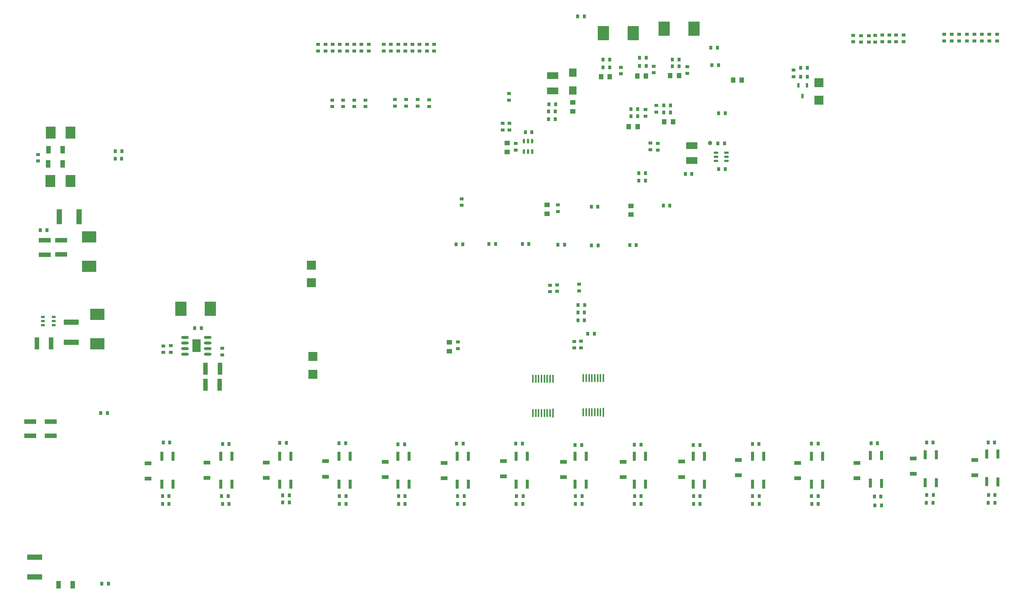
<source format=gbp>
G04*
G04 #@! TF.GenerationSoftware,Altium Limited,Altium Designer,23.10.1 (27)*
G04*
G04 Layer_Color=128*
%FSLAX25Y25*%
%MOIN*%
G70*
G04*
G04 #@! TF.SameCoordinates,1ECFB1C0-1579-4D3B-9075-10E0A19D06C0*
G04*
G04*
G04 #@! TF.FilePolarity,Positive*
G04*
G01*
G75*
%ADD22R,0.03347X0.02756*%
%ADD24R,0.05906X0.03543*%
%ADD26C,0.03937*%
%ADD28R,0.06693X0.07284*%
%ADD29R,0.05118X0.03937*%
%ADD30R,0.03937X0.05118*%
%ADD31R,0.02756X0.03347*%
%ADD34R,0.03937X0.07087*%
%ADD39R,0.09843X0.12992*%
%ADD45R,0.07480X0.11811*%
%ADD46O,0.06890X0.02362*%
%ADD52R,0.03000X0.08000*%
%ADD63R,0.02362X0.03937*%
%ADD152R,0.08661X0.11024*%
%ADD153R,0.03937X0.10630*%
%ADD154R,0.10630X0.03937*%
%ADD155R,0.12992X0.09843*%
%ADD156R,0.13780X0.05118*%
%ADD157R,0.03740X0.02362*%
%ADD158R,0.05118X0.13780*%
%ADD159O,0.04331X0.01968*%
%ADD160R,0.04331X0.01968*%
%ADD161O,0.01260X0.07874*%
%ADD162R,0.01260X0.07874*%
%ADD163R,0.07874X0.07874*%
%ADD164R,0.10000X0.06000*%
%ADD165O,0.01968X0.04331*%
%ADD166R,0.01968X0.04331*%
D22*
X788568Y515100D02*
D03*
Y521005D02*
D03*
X795653Y520706D02*
D03*
Y514800D02*
D03*
X802368D02*
D03*
Y520706D02*
D03*
X808200Y520800D02*
D03*
Y514894D02*
D03*
X814600Y521100D02*
D03*
Y515195D02*
D03*
X821000Y515300D02*
D03*
Y521206D02*
D03*
X826833Y521100D02*
D03*
Y515195D02*
D03*
X833600D02*
D03*
Y521100D02*
D03*
X869700Y516000D02*
D03*
Y521906D02*
D03*
X876471Y521906D02*
D03*
Y516000D02*
D03*
X883243Y516000D02*
D03*
Y521906D02*
D03*
X890014Y521906D02*
D03*
Y516000D02*
D03*
X896786Y516000D02*
D03*
Y521906D02*
D03*
X903557Y521906D02*
D03*
Y516000D02*
D03*
X910328Y516000D02*
D03*
Y521906D02*
D03*
X917100Y521906D02*
D03*
Y516000D02*
D03*
X435200Y240595D02*
D03*
Y246500D02*
D03*
X613900Y418395D02*
D03*
Y424300D02*
D03*
X171785Y243000D02*
D03*
Y237094D02*
D03*
X178385Y243300D02*
D03*
Y237394D02*
D03*
X224485Y234894D02*
D03*
Y240800D02*
D03*
X59685Y408495D02*
D03*
Y414400D02*
D03*
X438600Y368794D02*
D03*
Y374700D02*
D03*
X399300Y457573D02*
D03*
Y463479D02*
D03*
X409400Y457200D02*
D03*
Y463105D02*
D03*
X322718Y462979D02*
D03*
Y457073D02*
D03*
X332406Y462979D02*
D03*
Y457073D02*
D03*
X342350Y462979D02*
D03*
Y457073D02*
D03*
X352500Y462979D02*
D03*
Y457073D02*
D03*
X378847Y457573D02*
D03*
Y463479D02*
D03*
X388894Y457573D02*
D03*
Y463479D02*
D03*
X480717Y468900D02*
D03*
X486917Y418347D02*
D03*
X607200Y424500D02*
D03*
X735154Y489813D02*
D03*
X524600Y363200D02*
D03*
X480717Y462994D02*
D03*
X486917Y424253D02*
D03*
X610254Y487426D02*
D03*
Y493331D02*
D03*
X517585Y297400D02*
D03*
Y291494D02*
D03*
X523831Y297654D02*
D03*
Y291749D02*
D03*
X543485Y298300D02*
D03*
Y292394D02*
D03*
X539300Y241094D02*
D03*
Y247000D02*
D03*
X545200Y241300D02*
D03*
Y247205D02*
D03*
X735154Y483908D02*
D03*
X640279Y487054D02*
D03*
Y492960D02*
D03*
X612400Y458106D02*
D03*
Y452200D02*
D03*
X602679Y454565D02*
D03*
Y448660D02*
D03*
X580679Y486454D02*
D03*
Y492360D02*
D03*
X524600Y369106D02*
D03*
X607200Y418595D02*
D03*
X481217Y442306D02*
D03*
Y436400D02*
D03*
X475217Y442306D02*
D03*
Y436400D02*
D03*
X413861Y512811D02*
D03*
Y506906D02*
D03*
X407432Y512811D02*
D03*
Y506906D02*
D03*
X401004Y512811D02*
D03*
Y506906D02*
D03*
X394575Y512811D02*
D03*
Y506906D02*
D03*
X388146Y512811D02*
D03*
Y506906D02*
D03*
X381718Y512811D02*
D03*
Y506906D02*
D03*
X375289Y512811D02*
D03*
Y506906D02*
D03*
X368861Y512811D02*
D03*
Y506906D02*
D03*
X355361Y512811D02*
D03*
Y506906D02*
D03*
X348918Y512811D02*
D03*
Y506906D02*
D03*
X342475Y512811D02*
D03*
Y506906D02*
D03*
X336032Y512811D02*
D03*
Y506906D02*
D03*
X329589Y512811D02*
D03*
Y506906D02*
D03*
X323146Y512811D02*
D03*
Y506906D02*
D03*
X316704Y512811D02*
D03*
Y506906D02*
D03*
X310261Y512811D02*
D03*
Y506906D02*
D03*
D24*
X422885Y138290D02*
D03*
Y124510D02*
D03*
X842200Y128435D02*
D03*
Y142215D02*
D03*
X210785Y124810D02*
D03*
Y138590D02*
D03*
X897300Y127125D02*
D03*
Y140905D02*
D03*
X263885Y124810D02*
D03*
Y138590D02*
D03*
X316985Y126010D02*
D03*
Y139790D02*
D03*
X370085Y125410D02*
D03*
Y139190D02*
D03*
X475685Y126110D02*
D03*
Y139890D02*
D03*
X529585Y125510D02*
D03*
Y139290D02*
D03*
X582885Y125510D02*
D03*
Y139290D02*
D03*
X635285Y125710D02*
D03*
Y139490D02*
D03*
X685985Y127110D02*
D03*
Y140890D02*
D03*
X738785Y124510D02*
D03*
Y138290D02*
D03*
X792000Y124535D02*
D03*
Y138315D02*
D03*
X158085Y124110D02*
D03*
Y137890D02*
D03*
D26*
X660474Y424727D02*
D03*
D28*
X537900Y487571D02*
D03*
Y471429D02*
D03*
D29*
X479217Y424416D02*
D03*
Y416542D02*
D03*
X427600Y238300D02*
D03*
Y246174D02*
D03*
X589685Y360500D02*
D03*
Y368374D02*
D03*
X537900Y460800D02*
D03*
Y452926D02*
D03*
X514685Y361200D02*
D03*
Y369074D02*
D03*
D30*
X681126Y480900D02*
D03*
X689000D02*
D03*
X624905Y484760D02*
D03*
X632779D02*
D03*
X619500Y443600D02*
D03*
X627374D02*
D03*
X595779Y439260D02*
D03*
X587905D02*
D03*
X570979Y484060D02*
D03*
X563105D02*
D03*
X595426Y484500D02*
D03*
X603300D02*
D03*
D31*
X542195Y538000D02*
D03*
X548100D02*
D03*
X909300Y102515D02*
D03*
X915206D02*
D03*
X224680Y101731D02*
D03*
X230585D02*
D03*
X278594Y103000D02*
D03*
X284500D02*
D03*
X329303Y101731D02*
D03*
X335209D02*
D03*
X382044D02*
D03*
X387950D02*
D03*
X434785D02*
D03*
X440691D02*
D03*
Y108565D02*
D03*
X434785D02*
D03*
X854200Y109715D02*
D03*
X860106D02*
D03*
X223821Y108565D02*
D03*
X229726D02*
D03*
X909400Y109515D02*
D03*
X915306D02*
D03*
X171080Y108565D02*
D03*
X176985D02*
D03*
X278600Y109100D02*
D03*
X284506D02*
D03*
X329303Y108565D02*
D03*
X335209D02*
D03*
X382044D02*
D03*
X387950D02*
D03*
X487527D02*
D03*
X493432D02*
D03*
X540268D02*
D03*
X546173D02*
D03*
X593009D02*
D03*
X598914D02*
D03*
X645750D02*
D03*
X651655D02*
D03*
X698491D02*
D03*
X704397D02*
D03*
X751232D02*
D03*
X757138D02*
D03*
X807395Y108215D02*
D03*
X813300D02*
D03*
X199894Y258800D02*
D03*
X205800D02*
D03*
X115795Y182800D02*
D03*
X121700D02*
D03*
X128894Y417100D02*
D03*
X134800D02*
D03*
X171680Y156500D02*
D03*
X177585D02*
D03*
X176985Y101731D02*
D03*
X171080D02*
D03*
X859906Y102615D02*
D03*
X854000D02*
D03*
X854100Y156615D02*
D03*
X860006D02*
D03*
X224680Y155400D02*
D03*
X230585D02*
D03*
X909100Y156515D02*
D03*
X915006D02*
D03*
X275980Y156100D02*
D03*
X281885D02*
D03*
X328780Y155900D02*
D03*
X334685D02*
D03*
X433880Y155500D02*
D03*
X439785D02*
D03*
X381480Y154800D02*
D03*
X387385D02*
D03*
X493185Y101731D02*
D03*
X487280D02*
D03*
X486985Y155600D02*
D03*
X492891D02*
D03*
X546173Y101731D02*
D03*
X540268D02*
D03*
X539885Y154300D02*
D03*
X545791D02*
D03*
X598785Y101731D02*
D03*
X592880D02*
D03*
X592785Y154500D02*
D03*
X598691D02*
D03*
X651655Y101731D02*
D03*
X645750D02*
D03*
X645485Y154200D02*
D03*
X651391D02*
D03*
X704397Y101731D02*
D03*
X698491D02*
D03*
X698380Y155300D02*
D03*
X704285D02*
D03*
X757291Y101731D02*
D03*
X751385D02*
D03*
X751285Y155600D02*
D03*
X757191D02*
D03*
X813706Y100215D02*
D03*
X807800D02*
D03*
X804422Y156038D02*
D03*
X810328D02*
D03*
X122691Y30300D02*
D03*
X116785D02*
D03*
X128694Y410700D02*
D03*
X134600D02*
D03*
X524585Y333490D02*
D03*
X530490D02*
D03*
X61880Y346700D02*
D03*
X67785D02*
D03*
X439491Y333990D02*
D03*
X433585D02*
D03*
X618685Y368687D02*
D03*
X624591D02*
D03*
X667569Y424200D02*
D03*
X673475D02*
D03*
X492680Y334100D02*
D03*
X498585D02*
D03*
X668164Y401200D02*
D03*
X674069D02*
D03*
X594591Y333087D02*
D03*
X588685D02*
D03*
X516311Y445900D02*
D03*
X570885Y499160D02*
D03*
X603496Y500910D02*
D03*
X632883Y499100D02*
D03*
X522385Y459200D02*
D03*
X495411Y434142D02*
D03*
X619274Y458260D02*
D03*
X595879Y455060D02*
D03*
X741448Y491900D02*
D03*
X661202Y509900D02*
D03*
X674100Y451100D02*
D03*
X638400Y397000D02*
D03*
X560300Y367700D02*
D03*
X662144Y494150D02*
D03*
X668050D02*
D03*
X667108Y509900D02*
D03*
X602806Y397500D02*
D03*
X596900D02*
D03*
X564979Y499160D02*
D03*
X554394Y367700D02*
D03*
X462985Y334090D02*
D03*
X468890D02*
D03*
X560385Y332900D02*
D03*
X554480D02*
D03*
X542595Y279500D02*
D03*
X548501D02*
D03*
X542385Y273000D02*
D03*
X548291D02*
D03*
X542390Y265900D02*
D03*
X548295D02*
D03*
X551295Y253900D02*
D03*
X557201D02*
D03*
X747354Y491900D02*
D03*
X747354Y483900D02*
D03*
X741448D02*
D03*
X626978Y499100D02*
D03*
X632883Y493100D02*
D03*
X626978D02*
D03*
X625179Y458260D02*
D03*
X619300Y452000D02*
D03*
X625206D02*
D03*
X668194Y451100D02*
D03*
X597590Y500910D02*
D03*
X603401Y493410D02*
D03*
X597496D02*
D03*
X589974Y455060D02*
D03*
X595785Y448560D02*
D03*
X589879D02*
D03*
X570879Y492260D02*
D03*
X564974D02*
D03*
X644306Y397000D02*
D03*
X602900Y390900D02*
D03*
X596994D02*
D03*
X516480Y459200D02*
D03*
X516311Y452900D02*
D03*
X522217D02*
D03*
Y445900D02*
D03*
X501317Y434142D02*
D03*
D34*
X78205Y29300D02*
D03*
X91000D02*
D03*
X69090Y418600D02*
D03*
X81885D02*
D03*
X68885Y405800D02*
D03*
X81680D02*
D03*
D39*
X646088Y527007D02*
D03*
X619513D02*
D03*
X565200Y522900D02*
D03*
X591775D02*
D03*
X187385Y276100D02*
D03*
X213960D02*
D03*
D45*
X201385Y243100D02*
D03*
D46*
X211621Y250600D02*
D03*
Y245600D02*
D03*
Y240600D02*
D03*
Y235600D02*
D03*
X191149Y250600D02*
D03*
Y245600D02*
D03*
Y240600D02*
D03*
Y235600D02*
D03*
D52*
X907800Y121415D02*
D03*
X917800Y146315D02*
D03*
Y121315D02*
D03*
X907800Y146315D02*
D03*
X803900Y120115D02*
D03*
X813900Y145015D02*
D03*
Y120015D02*
D03*
X803900Y145015D02*
D03*
X852800Y120515D02*
D03*
X862800Y145415D02*
D03*
Y120415D02*
D03*
X852800Y145415D02*
D03*
X170385Y119400D02*
D03*
X180385Y144300D02*
D03*
Y119300D02*
D03*
X170385Y144300D02*
D03*
X223185Y119400D02*
D03*
X233185Y144300D02*
D03*
Y119300D02*
D03*
X223185Y144300D02*
D03*
X275985Y119400D02*
D03*
X285985Y144300D02*
D03*
Y119300D02*
D03*
X275985Y144300D02*
D03*
X328785Y119400D02*
D03*
X338785Y144300D02*
D03*
Y119300D02*
D03*
X328785Y144300D02*
D03*
X381585Y119400D02*
D03*
X391585Y144300D02*
D03*
Y119300D02*
D03*
X381585Y144300D02*
D03*
X434385Y119400D02*
D03*
X444385Y144300D02*
D03*
Y119300D02*
D03*
X434385Y144300D02*
D03*
X487185Y119400D02*
D03*
X497185Y144300D02*
D03*
Y119300D02*
D03*
X487185Y144300D02*
D03*
X539985Y119400D02*
D03*
X549985Y144300D02*
D03*
Y119300D02*
D03*
X539985Y144300D02*
D03*
X592785Y119400D02*
D03*
X602785Y144300D02*
D03*
Y119300D02*
D03*
X592785Y144300D02*
D03*
X645585Y119400D02*
D03*
X655585Y144300D02*
D03*
Y119300D02*
D03*
X645585Y144300D02*
D03*
X698385Y119400D02*
D03*
X708385Y144300D02*
D03*
Y119300D02*
D03*
X698385Y144300D02*
D03*
X751185Y119400D02*
D03*
X761185Y144300D02*
D03*
Y119300D02*
D03*
X751185Y144300D02*
D03*
D63*
X739354Y476400D02*
D03*
X743291Y466558D02*
D03*
X747228Y476400D02*
D03*
D152*
X70985Y390500D02*
D03*
X88702D02*
D03*
X88785Y434000D02*
D03*
X71069D02*
D03*
D153*
X222185Y208300D02*
D03*
X209390D02*
D03*
X58785Y245400D02*
D03*
X71580D02*
D03*
X222385Y222600D02*
D03*
X209590D02*
D03*
D154*
X52950Y162458D02*
D03*
Y175253D02*
D03*
X71300Y162500D02*
D03*
Y175295D02*
D03*
X65785Y337500D02*
D03*
Y324705D02*
D03*
X80585Y337595D02*
D03*
Y324800D02*
D03*
D155*
X112885Y244800D02*
D03*
Y271375D02*
D03*
X105385Y314125D02*
D03*
Y340700D02*
D03*
D156*
X89385Y246400D02*
D03*
Y264117D02*
D03*
X56800Y53800D02*
D03*
Y36083D02*
D03*
D157*
X73928Y268980D02*
D03*
Y265240D02*
D03*
Y261500D02*
D03*
X64085Y268980D02*
D03*
Y265240D02*
D03*
Y261500D02*
D03*
D158*
X78785Y358500D02*
D03*
X96502D02*
D03*
D159*
X675294Y408460D02*
D03*
X665845D02*
D03*
Y412200D02*
D03*
Y415940D02*
D03*
X675294Y412200D02*
D03*
D160*
Y415940D02*
D03*
D161*
X514962Y213500D02*
D03*
X512403D02*
D03*
X517521Y182791D02*
D03*
X514962D02*
D03*
X512403D02*
D03*
X509844D02*
D03*
X507285D02*
D03*
X504726D02*
D03*
X502167D02*
D03*
X520080Y213500D02*
D03*
X517521D02*
D03*
X509844D02*
D03*
X507285D02*
D03*
X504726D02*
D03*
X502167D02*
D03*
X560103Y214209D02*
D03*
X557544D02*
D03*
X562662Y183500D02*
D03*
X560103D02*
D03*
X557544D02*
D03*
X554985D02*
D03*
X552426D02*
D03*
X549867D02*
D03*
X547308D02*
D03*
X565221Y214209D02*
D03*
X562662D02*
D03*
X554985D02*
D03*
X552426D02*
D03*
X549867D02*
D03*
X547308D02*
D03*
D162*
X520080Y182791D02*
D03*
X565221Y183500D02*
D03*
D163*
X304100Y299652D02*
D03*
Y315400D02*
D03*
X305452Y217667D02*
D03*
Y233415D02*
D03*
X757854Y462900D02*
D03*
Y478648D02*
D03*
D164*
X519885Y484800D02*
D03*
X644217Y422400D02*
D03*
Y408900D02*
D03*
X519885Y471300D02*
D03*
D165*
X497817Y416917D02*
D03*
X501557Y426366D02*
D03*
X497817D02*
D03*
X494076D02*
D03*
Y416917D02*
D03*
D166*
X501557D02*
D03*
M02*

</source>
